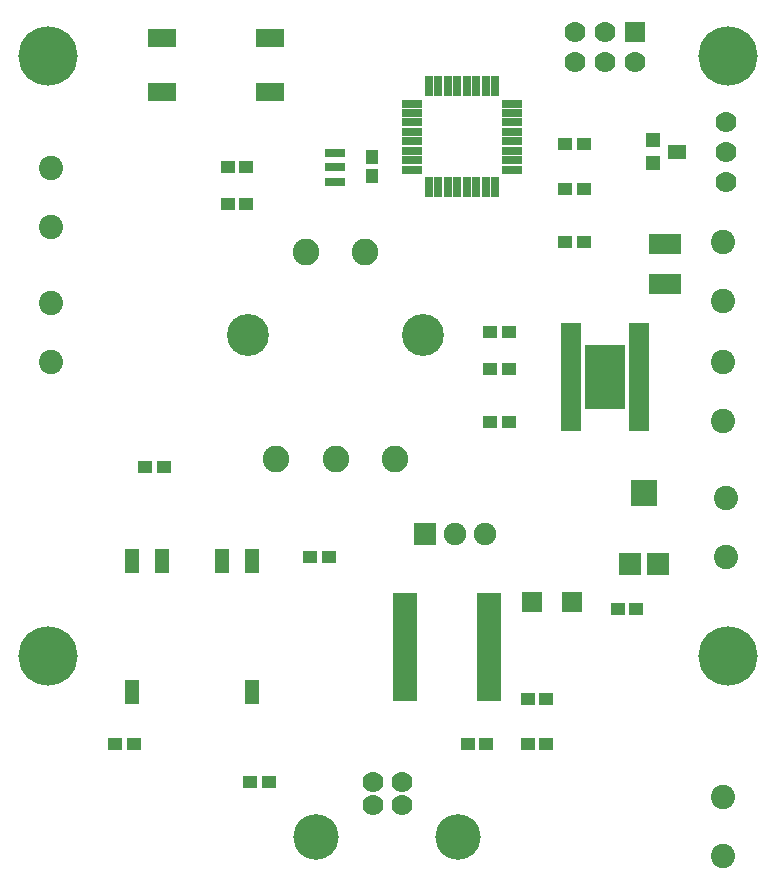
<source format=gts>
*
*
G04 PADS 9.3.1 Build Number: 456998 generated Gerber (RS-274-X) file*
G04 PC Version=2.1*
*
%IN "Dechorionator.pcb"*%
*
%MOIN*%
*
%FSLAX35Y35*%
*
*
*
*
G04 PC Standard Apertures*
*
*
G04 Thermal Relief Aperture macro.*
%AMTER*
1,1,$1,0,0*
1,0,$1-$2,0,0*
21,0,$3,$4,0,0,45*
21,0,$3,$4,0,0,135*
%
*
*
G04 Annular Aperture macro.*
%AMANN*
1,1,$1,0,0*
1,0,$2,0,0*
%
*
*
G04 Odd Aperture macro.*
%AMODD*
1,1,$1,0,0*
1,0,$1-0.005,0,0*
%
*
*
G04 PC Custom Aperture Macros*
*
*
*
*
*
*
G04 PC Aperture Table*
*
%ADD010C,0.001*%
%ADD042R,0.048X0.04*%
%ADD048R,0.04X0.048*%
%ADD051C,0.07*%
%ADD053R,0.07X0.07*%
%ADD055C,0.15173*%
%ADD059R,0.08087X0.02772*%
%ADD148R,0.09268X0.06118*%
%ADD149C,0.08874*%
%ADD150C,0.13992*%
%ADD151R,0.13205X0.21276*%
%ADD152R,0.07299X0.07299*%
%ADD153R,0.08874X0.08874*%
%ADD155R,0.075X0.075*%
%ADD156C,0.075*%
%ADD157R,0.046X0.046*%
%ADD162C,0.1975*%
%ADD163R,0.06906X0.03165*%
%ADD164R,0.03165X0.06906*%
%ADD165R,0.07102X0.02575*%
%ADD174C,0.08087*%
%ADD175R,0.06X0.046*%
%ADD176R,0.06512X0.02575*%
%ADD177R,0.04937X0.08087*%
%ADD178R,0.11X0.07*%
*
*
*
*
G04 PC Circuitry*
G04 Layer Name Dechorionator.pcb - circuitry*
%LPD*%
*
*
G04 PC Custom Flashes*
G04 Layer Name Dechorionator.pcb - flashes*
%LPD*%
*
*
G04 PC Circuitry*
G04 Layer Name Dechorionator.pcb - circuitry*
%LPD*%
*
G54D10*
G54D42*
G01X158100Y52500D03*
X151900D03*
X178100D03*
X171900D03*
X178100Y67500D03*
X171900D03*
X71900Y245000D03*
X78100D03*
X184400Y220000D03*
X190600D03*
X44400Y145000D03*
X50600D03*
X40600Y52500D03*
X34400D03*
X79400Y40000D03*
X85600D03*
X201900Y97500D03*
X208100D03*
X165600Y190000D03*
X159400D03*
X165600Y177500D03*
X159400D03*
X165600Y160000D03*
X159400D03*
X190600Y237500D03*
X184400D03*
X190600Y252500D03*
X184400D03*
X71900Y232500D03*
X78100D03*
X99400Y115000D03*
X105600D03*
G54D48*
X120000Y241900D03*
Y248100D03*
G54D51*
X130000Y40000D03*
X120157D03*
Y32126D03*
X130000D03*
X187500Y280000D03*
Y290000D03*
X197500Y280000D03*
Y290000D03*
X207500Y280000D03*
X238000Y240000D03*
Y250000D03*
Y260000D03*
G54D53*
X207500Y290000D03*
X173250Y100000D03*
X186750D03*
G54D55*
X101378Y21496D03*
X148780D03*
G54D59*
X131024Y101634D03*
Y99075D03*
Y96516D03*
Y93957D03*
Y91398D03*
Y88839D03*
Y86280D03*
Y83720D03*
Y81161D03*
Y78602D03*
Y76043D03*
Y73484D03*
Y70925D03*
Y68366D03*
X158976D03*
Y70925D03*
Y73484D03*
Y76043D03*
Y78602D03*
Y81161D03*
Y83720D03*
Y86280D03*
Y88839D03*
Y91398D03*
Y93957D03*
Y96516D03*
Y99075D03*
Y101634D03*
G54D148*
X85827Y287795D03*
X50000D03*
X85827Y270000D03*
X50000D03*
G54D149*
X127500Y147500D03*
X107815D03*
X88130D03*
X117657Y216398D03*
X97972D03*
G54D150*
X136949Y188839D03*
X78697D03*
G54D151*
X197500Y175000D03*
G54D152*
X215252Y112500D03*
X206000D03*
G54D153*
X210626Y136122D03*
G54D155*
X137500Y122500D03*
G54D156*
X147500D03*
X157500D03*
G54D157*
X213600Y253750D03*
Y246250D03*
G54D162*
X238500Y282000D03*
Y82000D03*
X12000Y282000D03*
Y82000D03*
G54D163*
X133268Y266024D03*
Y262874D03*
Y259724D03*
Y256575D03*
Y253425D03*
Y250276D03*
Y247126D03*
Y243976D03*
X166732D03*
Y247126D03*
Y250276D03*
Y253425D03*
Y256575D03*
Y259724D03*
Y262874D03*
Y266024D03*
G54D164*
X138976Y238268D03*
X142126D03*
X145276D03*
X148425D03*
X151575D03*
X154724D03*
X157874D03*
X161024D03*
Y271732D03*
X157874D03*
X154724D03*
X151575D03*
X148425D03*
X145276D03*
X142126D03*
X138976D03*
G54D165*
X186181Y191634D03*
Y189075D03*
Y186516D03*
Y183957D03*
Y181398D03*
Y178839D03*
Y176280D03*
Y173720D03*
Y171161D03*
Y168602D03*
Y166043D03*
Y163484D03*
Y160925D03*
Y158366D03*
X208819D03*
Y160925D03*
Y163484D03*
Y166043D03*
Y168602D03*
Y171161D03*
Y173720D03*
Y176280D03*
Y178839D03*
Y181398D03*
Y183957D03*
Y186516D03*
Y189075D03*
Y191634D03*
G54D174*
X237000Y220000D03*
Y200315D03*
Y180000D03*
Y160315D03*
X238000Y115000D03*
Y134685D03*
X237000Y35000D03*
Y15315D03*
X13000Y180000D03*
Y199685D03*
Y225000D03*
Y244685D03*
G54D175*
X221600Y250000D03*
G54D176*
X107500Y240000D03*
Y244724D03*
Y249449D03*
G54D177*
X40000Y70000D03*
X80000D03*
X40000Y113386D03*
X50000D03*
X70000D03*
X80000D03*
G54D178*
X217500Y205750D03*
Y219250D03*
X0Y0D02*
M02*

</source>
